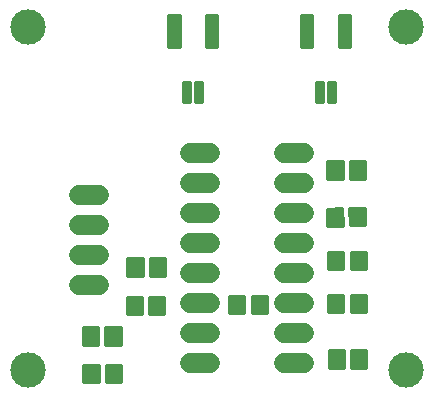
<source format=gbr>
G04 EAGLE Gerber RS-274X export*
G75*
%MOMM*%
%FSLAX34Y34*%
%LPD*%
%INSoldermask Top*%
%IPPOS*%
%AMOC8*
5,1,8,0,0,1.08239X$1,22.5*%
G01*
%ADD10C,3.000000*%
%ADD11C,0.390000*%
%ADD12C,0.400000*%
%ADD13C,0.396000*%
%ADD14C,1.724000*%


D10*
X30000Y320000D03*
X30000Y30000D03*
X350000Y320000D03*
X350000Y30000D03*
D11*
X295411Y152856D02*
X284315Y152585D01*
X283995Y165680D01*
X295091Y165951D01*
X295411Y152856D01*
X295327Y156290D02*
X284224Y156290D01*
X284134Y159995D02*
X295237Y159995D01*
X295146Y163700D02*
X284043Y163700D01*
X303309Y153049D02*
X314405Y153320D01*
X303309Y153049D02*
X302989Y166144D01*
X314085Y166415D01*
X314405Y153320D01*
X314321Y156754D02*
X303218Y156754D01*
X303128Y160459D02*
X314231Y160459D01*
X314140Y164164D02*
X303037Y164164D01*
X303950Y129050D02*
X315050Y129050D01*
X315050Y115950D01*
X303950Y115950D01*
X303950Y129050D01*
X303950Y119655D02*
X315050Y119655D01*
X315050Y123360D02*
X303950Y123360D01*
X303950Y127065D02*
X315050Y127065D01*
X296050Y129050D02*
X284950Y129050D01*
X296050Y129050D02*
X296050Y115950D01*
X284950Y115950D01*
X284950Y129050D01*
X284950Y119655D02*
X296050Y119655D01*
X296050Y123360D02*
X284950Y123360D01*
X284950Y127065D02*
X296050Y127065D01*
X107850Y33550D02*
X96750Y33550D01*
X107850Y33550D02*
X107850Y20450D01*
X96750Y20450D01*
X96750Y33550D01*
X96750Y24155D02*
X107850Y24155D01*
X107850Y27860D02*
X96750Y27860D01*
X96750Y31565D02*
X107850Y31565D01*
X88850Y33550D02*
X77750Y33550D01*
X88850Y33550D02*
X88850Y20450D01*
X77750Y20450D01*
X77750Y33550D01*
X77750Y24155D02*
X88850Y24155D01*
X88850Y27860D02*
X77750Y27860D01*
X77750Y31565D02*
X88850Y31565D01*
X114950Y110450D02*
X126050Y110450D01*
X114950Y110450D02*
X114950Y123550D01*
X126050Y123550D01*
X126050Y110450D01*
X126050Y114155D02*
X114950Y114155D01*
X114950Y117860D02*
X126050Y117860D01*
X126050Y121565D02*
X114950Y121565D01*
X133950Y110450D02*
X145050Y110450D01*
X133950Y110450D02*
X133950Y123550D01*
X145050Y123550D01*
X145050Y110450D01*
X145050Y114155D02*
X133950Y114155D01*
X133950Y117860D02*
X145050Y117860D01*
X145050Y121565D02*
X133950Y121565D01*
X284350Y192450D02*
X295450Y192450D01*
X284350Y192450D02*
X284350Y205550D01*
X295450Y205550D01*
X295450Y192450D01*
X295450Y196155D02*
X284350Y196155D01*
X284350Y199860D02*
X295450Y199860D01*
X295450Y203565D02*
X284350Y203565D01*
X303350Y192450D02*
X314450Y192450D01*
X303350Y192450D02*
X303350Y205550D01*
X314450Y205550D01*
X314450Y192450D01*
X314450Y196155D02*
X303350Y196155D01*
X303350Y199860D02*
X314450Y199860D01*
X314450Y203565D02*
X303350Y203565D01*
X212250Y78950D02*
X201150Y78950D01*
X201150Y92050D01*
X212250Y92050D01*
X212250Y78950D01*
X212250Y82655D02*
X201150Y82655D01*
X201150Y86360D02*
X212250Y86360D01*
X212250Y90065D02*
X201150Y90065D01*
X220150Y78950D02*
X231250Y78950D01*
X220150Y78950D02*
X220150Y92050D01*
X231250Y92050D01*
X231250Y78950D01*
X231250Y82655D02*
X220150Y82655D01*
X220150Y86360D02*
X231250Y86360D01*
X231250Y90065D02*
X220150Y90065D01*
X285450Y32450D02*
X296550Y32450D01*
X285450Y32450D02*
X285450Y45550D01*
X296550Y45550D01*
X296550Y32450D01*
X296550Y36155D02*
X285450Y36155D01*
X285450Y39860D02*
X296550Y39860D01*
X296550Y43565D02*
X285450Y43565D01*
X304450Y32450D02*
X315550Y32450D01*
X304450Y32450D02*
X304450Y45550D01*
X315550Y45550D01*
X315550Y32450D01*
X315550Y36155D02*
X304450Y36155D01*
X304450Y39860D02*
X315550Y39860D01*
X315550Y43565D02*
X304450Y43565D01*
X303950Y92550D02*
X315050Y92550D01*
X315050Y79450D01*
X303950Y79450D01*
X303950Y92550D01*
X303950Y83155D02*
X315050Y83155D01*
X315050Y86860D02*
X303950Y86860D01*
X303950Y90565D02*
X315050Y90565D01*
X296050Y92550D02*
X284950Y92550D01*
X296050Y92550D02*
X296050Y79450D01*
X284950Y79450D01*
X284950Y92550D01*
X284950Y83155D02*
X296050Y83155D01*
X296050Y86860D02*
X284950Y86860D01*
X284950Y90565D02*
X296050Y90565D01*
D12*
X288800Y257900D02*
X288800Y272900D01*
X288800Y257900D02*
X284800Y257900D01*
X284800Y272900D01*
X288800Y272900D01*
X288800Y261700D02*
X284800Y261700D01*
X284800Y265500D02*
X288800Y265500D01*
X288800Y269300D02*
X284800Y269300D01*
X278800Y272900D02*
X278800Y257900D01*
X274800Y257900D01*
X274800Y272900D01*
X278800Y272900D01*
X278800Y261700D02*
X274800Y261700D01*
X274800Y265500D02*
X278800Y265500D01*
X278800Y269300D02*
X274800Y269300D01*
D13*
X269820Y303880D02*
X269820Y329920D01*
X269820Y303880D02*
X261780Y303880D01*
X261780Y329920D01*
X269820Y329920D01*
X269820Y307642D02*
X261780Y307642D01*
X261780Y311404D02*
X269820Y311404D01*
X269820Y315166D02*
X261780Y315166D01*
X261780Y318928D02*
X269820Y318928D01*
X269820Y322690D02*
X261780Y322690D01*
X261780Y326452D02*
X269820Y326452D01*
X301820Y329920D02*
X301820Y303880D01*
X293780Y303880D01*
X293780Y329920D01*
X301820Y329920D01*
X301820Y307642D02*
X293780Y307642D01*
X293780Y311404D02*
X301820Y311404D01*
X301820Y315166D02*
X293780Y315166D01*
X293780Y318928D02*
X301820Y318928D01*
X301820Y322690D02*
X293780Y322690D01*
X293780Y326452D02*
X301820Y326452D01*
D12*
X176400Y272900D02*
X176400Y257900D01*
X172400Y257900D01*
X172400Y272900D01*
X176400Y272900D01*
X176400Y261700D02*
X172400Y261700D01*
X172400Y265500D02*
X176400Y265500D01*
X176400Y269300D02*
X172400Y269300D01*
X166400Y272900D02*
X166400Y257900D01*
X162400Y257900D01*
X162400Y272900D01*
X166400Y272900D01*
X166400Y261700D02*
X162400Y261700D01*
X162400Y265500D02*
X166400Y265500D01*
X166400Y269300D02*
X162400Y269300D01*
D13*
X157420Y303880D02*
X157420Y329920D01*
X157420Y303880D02*
X149380Y303880D01*
X149380Y329920D01*
X157420Y329920D01*
X157420Y307642D02*
X149380Y307642D01*
X149380Y311404D02*
X157420Y311404D01*
X157420Y315166D02*
X149380Y315166D01*
X149380Y318928D02*
X157420Y318928D01*
X157420Y322690D02*
X149380Y322690D01*
X149380Y326452D02*
X157420Y326452D01*
X189420Y329920D02*
X189420Y303880D01*
X181380Y303880D01*
X181380Y329920D01*
X189420Y329920D01*
X189420Y307642D02*
X181380Y307642D01*
X181380Y311404D02*
X189420Y311404D01*
X189420Y315166D02*
X181380Y315166D01*
X181380Y318928D02*
X189420Y318928D01*
X189420Y322690D02*
X181380Y322690D01*
X181380Y326452D02*
X189420Y326452D01*
D14*
X90082Y101400D02*
X73318Y101400D01*
X73318Y126800D02*
X90082Y126800D01*
X90082Y152200D02*
X73318Y152200D01*
X73318Y177600D02*
X90082Y177600D01*
X167118Y213400D02*
X183882Y213400D01*
X183882Y188000D02*
X167118Y188000D01*
X167118Y162600D02*
X183882Y162600D01*
X183882Y137200D02*
X167118Y137200D01*
X167118Y111800D02*
X183882Y111800D01*
X183882Y86400D02*
X167118Y86400D01*
X167118Y61000D02*
X183882Y61000D01*
X183882Y35600D02*
X167118Y35600D01*
X246918Y35600D02*
X263682Y35600D01*
X263682Y61000D02*
X246918Y61000D01*
X246918Y86400D02*
X263682Y86400D01*
X263682Y111800D02*
X246918Y111800D01*
X246918Y137200D02*
X263682Y137200D01*
X263682Y162600D02*
X246918Y162600D01*
X246918Y188000D02*
X263682Y188000D01*
X263682Y213400D02*
X246918Y213400D01*
D11*
X88450Y51950D02*
X77350Y51950D01*
X77350Y65050D01*
X88450Y65050D01*
X88450Y51950D01*
X88450Y55655D02*
X77350Y55655D01*
X77350Y59360D02*
X88450Y59360D01*
X88450Y63065D02*
X77350Y63065D01*
X96350Y51950D02*
X107450Y51950D01*
X96350Y51950D02*
X96350Y65050D01*
X107450Y65050D01*
X107450Y51950D01*
X107450Y55655D02*
X96350Y55655D01*
X96350Y59360D02*
X107450Y59360D01*
X107450Y63065D02*
X96350Y63065D01*
X114550Y77950D02*
X125650Y77950D01*
X114550Y77950D02*
X114550Y91050D01*
X125650Y91050D01*
X125650Y77950D01*
X125650Y81655D02*
X114550Y81655D01*
X114550Y85360D02*
X125650Y85360D01*
X125650Y89065D02*
X114550Y89065D01*
X133550Y77950D02*
X144650Y77950D01*
X133550Y77950D02*
X133550Y91050D01*
X144650Y91050D01*
X144650Y77950D01*
X144650Y81655D02*
X133550Y81655D01*
X133550Y85360D02*
X144650Y85360D01*
X144650Y89065D02*
X133550Y89065D01*
M02*

</source>
